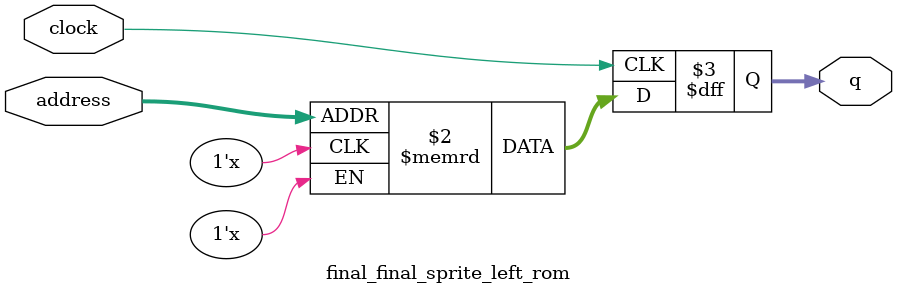
<source format=sv>
module final_final_sprite_left_rom (
	input logic clock,
	input logic [9:0] address,
	output logic [2:0] q
);

logic [2:0] memory [0:1023] /* synthesis ram_init_file = "./final_final_sprite_left/final_final_sprite_left.mif" */;

always_ff @ (posedge clock) begin
	q <= memory[address];
end

endmodule

</source>
